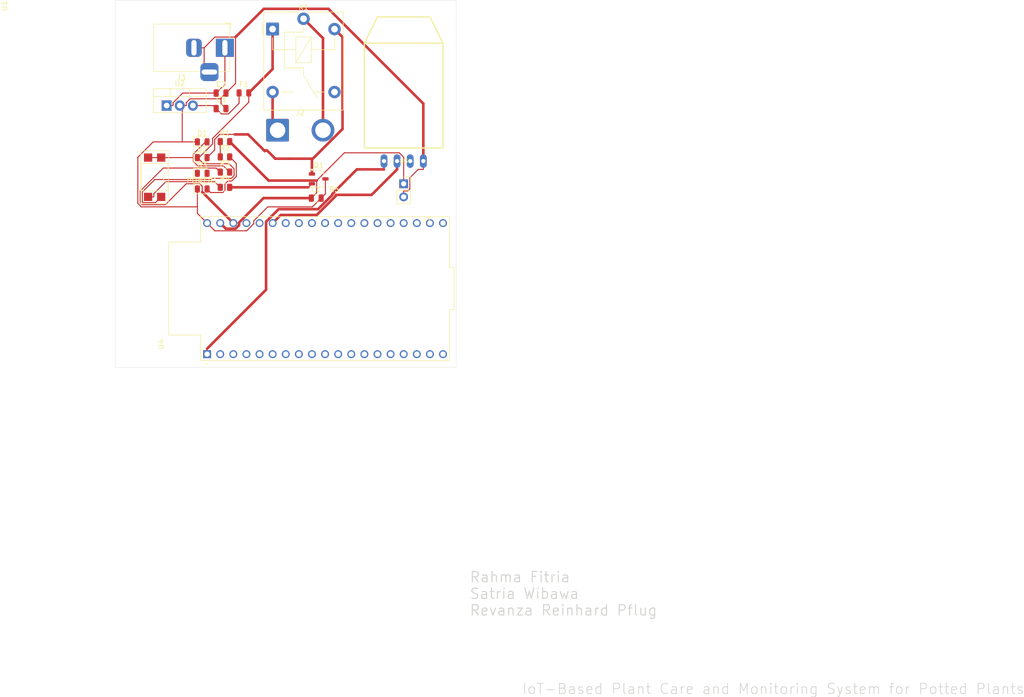
<source format=kicad_pcb>
(kicad_pcb (version 20240108) (generator "pcbnew") (generator_version "8.0")
  (layers (0 "F.Cu" signal) (31 "B.Cu" signal) (34 "B.Paste" user) (35 "F.Paste" user) (36 "B.SilkS" user "B.Silkscreen") (37 "F.SilkS" user "F.Silkscreen") (38 "B.Mask" user) (39 "F.Mask" user) (44 "Edge.Cuts" user))
  (net 0 "")
  (net 1 "Net-(J1-Pin_1)")
  (net 2 "GND")
  (net 3 "Net-(D1-A)")
  (net 4 "/5V")
  (net 5 "Net-(D2-A)")
  (net 8 "/NO")
  (net 9 "/COM")
  (net 11 "Net-(POWER1-A)")
  (net 12 "Net-(Q1-B)")
  (net 13 "/3.3V")
  (net 14 "Net-(R4-Pad1)")
  (net 15 "Net-(U4-IO22)")
  (net 16 "Net-(U4-IO21)")
  (net 51 "Net-(U2-VI)")
  (net 52 "Net-(U2-VO)")
  (footprint "LED_SMD:LED_0805_2012Metric" (layer "F.Cu") (at 126.0625 89.4)
    (property "Reference" "D3" (at 0 -1.65 0) (layer "F.SilkS"))
    (property "Value" "LED")
    (fp_line (start -1.685 -0.96) (end -1.685 0.96) (stroke (width 0.12)) (layer "F.SilkS"))
    (fp_line (start -1.685 0.96) (end 1 0.96) (stroke (width 0.12)) (layer "F.SilkS"))
    (fp_line (start 1 -0.96) (end -1.685 -0.96) (stroke (width 0.12)) (layer "F.SilkS"))
    (pad "1" smd roundrect (at -0.9375 0) (size 0.975 1.4) (layers "F.Cu" "F.Paste" "F.Mask"))
    (pad "2" smd roundrect (at 0.9375 0) (size 0.975 1.4) (layers "F.Cu" "F.Paste" "F.Mask"))
  )
  (footprint "LED_SMD:LED_0805_2012Metric" (layer "F.Cu") (at 126.0625 83.32)
    (property "Reference" "D1" (at 0 -1.65 0) (layer "F.SilkS"))
    (property "Value" "LED")
    (fp_line (start -1.685 -0.96) (end -1.685 0.96) (stroke (width 0.12)) (layer "F.SilkS"))
    (fp_line (start -1.685 0.96) (end 1 0.96) (stroke (width 0.12)) (layer "F.SilkS"))
    (fp_line (start 1 -0.96) (end -1.685 -0.96) (stroke (width 0.12)) (layer "F.SilkS"))
    (pad "1" smd roundrect (at -0.9375 0) (size 0.975 1.4) (layers "F.Cu" "F.Paste" "F.Mask") (net 2 "GND"))
    (pad "2" smd roundrect (at 0.9375 0) (size 0.975 1.4) (layers "F.Cu" "F.Paste" "F.Mask") (net 3 "Net-(D1-A)"))
  )
  (footprint "Kicad stuff:MODULE_ESP32-DEVKITC" (layer "F.Cu") (at 149.86 111.76 90)
    (property "Reference" "U4" (at -10.795 -31.75 -90) (layer "F.SilkS"))
    (property "Value" "ESP32-DEVKITC")
    (fp_line (start 9 -30.3) (end 9 -24.1) (stroke (width 0.127)) (layer "F.SilkS"))
    (fp_line (start -9 -30.3) (end 9 -30.3) (stroke (width 0.127)) (layer "F.SilkS"))
    (fp_line (start 13.95 -24.1) (end 9 -24.1) (stroke (width 0.127)) (layer "F.SilkS"))
    (fp_line (start -9 -24.1) (end -9 -30.3) (stroke (width 0.127)) (layer "F.SilkS"))
    (fp_line (start -9 -24.1) (end -13.95 -24.1) (stroke (width 0.127)) (layer "F.SilkS"))
    (fp_line (start -13.95 -24.1) (end -13.95 24.1) (stroke (width 0.127)) (layer "F.SilkS"))
    (fp_line (start 13.95 24.1) (end 13.95 -24.1) (stroke (width 0.127)) (layer "F.SilkS"))
    (fp_line (start 4.06 24.1) (end 13.95 24.1) (stroke (width 0.127)) (layer "F.SilkS"))
    (fp_line (start -4.07 24.1) (end -4.07 25) (stroke (width 0.127)) (layer "F.SilkS"))
    (fp_line (start -13.95 24.1) (end -4.07 24.1) (stroke (width 0.127)) (layer "F.SilkS"))
    (fp_line (start 4.06 25) (end 4.06 24.1) (stroke (width 0.127)) (layer "F.SilkS"))
    (fp_line (start -4.07 25) (end 4.06 25) (stroke (width 0.127)) (layer "F.SilkS"))
    (fp_circle (center -14.57 -22.97) (end -14.47 -22.97) (stroke (width 0.2)) (fill none) (layer "F.SilkS"))
    (pad "1" thru_hole rect (at -12.7 -22.85 90) (size 1.53 1.53) (drill 1.02) (layers "*.Cu" "*.Mask") (net 13 "/3.3V"))
    (pad "2" thru_hole circle (at -12.7 -20.31 90) (size 1.53 1.53) (drill 1.02) (layers "*.Cu" "*.Mask"))
    (pad "3" thru_hole circle (at -12.7 -17.77 90) (size 1.53 1.53) (drill 1.02) (layers "*.Cu" "*.Mask"))
    (pad "4" thru_hole circle (at -12.7 -15.23 90) (size 1.53 1.53) (drill 1.02) (layers "*.Cu" "*.Mask"))
    (pad "5" thru_hole circle (at -12.7 -12.69 90) (size 1.53 1.53) (drill 1.02) (layers "*.Cu" "*.Mask"))
    (pad "6" thru_hole circle (at -12.7 -10.15 90) (size 1.53 1.53) (drill 1.02) (layers "*.Cu" "*.Mask"))
    (pad "7" thru_hole circle (at -12.7 -7.61 90) (size 1.53 1.53) (drill 1.02) (layers "*.Cu" "*.Mask"))
    (pad "8" thru_hole circle (at -12.7 -5.07 90) (size 1.53 1.53) (drill 1.02) (layers "*.Cu" "*.Mask"))
    (pad "9" thru_hole circle (at -12.7 -2.53 90) (size 1.53 1.53) (drill 1.02) (layers "*.Cu" "*.Mask"))
    (pad "10" thru_hole circle (at -12.7 0.01 90) (size 1.53 1.53) (drill 1.02) (layers "*.Cu" "*.Mask"))
    (pad "11" thru_hole circle (at -12.7 2.55 90) (size 1.53 1.53) (drill 1.02) (layers "*.Cu" "*.Mask"))
    (pad "12" thru_hole circle (at -12.7 5.09 90) (size 1.53 1.53) (drill 1.02) (layers "*.Cu" "*.Mask"))
    (pad "13" thru_hole circle (at -12.7 7.63 90) (size 1.53 1.53) (drill 1.02) (layers "*.Cu" "*.Mask"))
    (pad "14" thru_hole circle (at -12.7 10.17 90) (size 1.53 1.53) (drill 1.02) (layers "*.Cu" "*.Mask"))
    (pad "15" thru_hole circle (at -12.7 12.71 90) (size 1.53 1.53) (drill 1.02) (layers "*.Cu" "*.Mask"))
    (pad "16" thru_hole circle (at -12.7 15.25 90) (size 1.53 1.53) (drill 1.02) (layers "*.Cu" "*.Mask"))
    (pad "17" thru_hole circle (at -12.7 17.79 90) (size 1.53 1.53) (drill 1.02) (layers "*.Cu" "*.Mask"))
    (pad "18" thru_hole circle (at -12.7 20.33 90) (size 1.53 1.53) (drill 1.02) (layers "*.Cu" "*.Mask"))
    (pad "19" thru_hole circle (at -12.7 22.87 90) (size 1.53 1.53) (drill 1.02) (layers "*.Cu" "*.Mask"))
    (pad "20" thru_hole circle (at 12.7 22.87 90) (size 1.53 1.53) (drill 1.02) (layers "*.Cu" "*.Mask"))
    (pad "21" thru_hole circle (at 12.7 20.33 90) (size 1.53 1.53) (drill 1.02) (layers "*.Cu" "*.Mask"))
    (pad "22" thru_hole circle (at 12.7 17.79 90) (size 1.53 1.53) (drill 1.02) (layers "*.Cu" "*.Mask"))
    (pad "23" thru_hole circle (at 12.7 15.25 90) (size 1.53 1.53) (drill 1.02) (layers "*.Cu" "*.Mask"))
    (pad "24" thru_hole circle (at 12.7 12.71 90) (size 1.53 1.53) (drill 1.02) (layers "*.Cu" "*.Mask"))
    (pad "25" thru_hole circle (at 12.7 10.17 90) (size 1.53 1.53) (drill 1.02) (layers "*.Cu" "*.Mask"))
    (pad "26" thru_hole circle (at 12.7 7.63 90) (size 1.53 1.53) (drill 1.02) (layers "*.Cu" "*.Mask"))
    (pad "27" thru_hole circle (at 12.7 5.09 90) (size 1.53 1.53) (drill 1.02) (layers "*.Cu" "*.Mask"))
    (pad "28" thru_hole circle (at 12.7 2.55 90) (size 1.53 1.53) (drill 1.02) (layers "*.Cu" "*.Mask"))
    (pad "29" thru_hole circle (at 12.7 0.01 90) (size 1.53 1.53) (drill 1.02) (layers "*.Cu" "*.Mask"))
    (pad "30" thru_hole circle (at 12.7 -2.53 90) (size 1.53 1.53) (drill 1.02) (layers "*.Cu" "*.Mask"))
    (pad "31" thru_hole circle (at 12.7 -5.07 90) (size 1.53 1.53) (drill 1.02) (layers "*.Cu" "*.Mask"))
    (pad "32" thru_hole circle (at 12.7 -7.61 90) (size 1.53 1.53) (drill 1.02) (layers "*.Cu" "*.Mask"))
    (pad "33" thru_hole circle (at 12.7 -10.15 90) (size 1.53 1.53) (drill 1.02) (layers "*.Cu" "*.Mask") (net 16 "Net-(U4-IO21)"))
    (pad "34" thru_hole circle (at 12.7 -12.69 90) (size 1.53 1.53) (drill 1.02) (layers "*.Cu" "*.Mask"))
    (pad "35" thru_hole circle (at 12.7 -15.23 90) (size 1.53 1.53) (drill 1.02) (layers "*.Cu" "*.Mask"))
    (pad "36" thru_hole circle (at 12.7 -17.77 90) (size 1.53 1.53) (drill 1.02) (layers "*.Cu" "*.Mask") (net 15 "Net-(U4-IO22)"))
    (pad "37" thru_hole circle (at 12.7 -20.31 90) (size 1.53 1.53) (drill 1.02) (layers "*.Cu" "*.Mask") (net 1 "Net-(J1-Pin_1)"))
    (pad "38" thru_hole circle (at 12.7 -22.85 90) (size 1.53 1.53) (drill 1.02) (layers "*.Cu" "*.Mask") (net 2 "GND"))
  )
  (footprint "Capacitor_SMD:C_0805_2012Metric" (layer "F.Cu") (at 129.71 73.8575)
    (property "Reference" "C2" (at 0 -1.68 0) (layer "F.SilkS"))
    (property "Value" "0.33uF")
    (fp_line (start -0.261252 -0.735) (end 0.261252 -0.735) (stroke (width 0.12)) (layer "F.SilkS"))
    (fp_line (start -0.261252 0.735) (end 0.261252 0.735) (stroke (width 0.12)) (layer "F.SilkS"))
    (pad "1" smd roundrect (at -0.95 0) (size 1 1.45) (layers "F.Cu" "F.Paste" "F.Mask") (net 51 "Net-(U2-VI)"))
    (pad "2" smd roundrect (at 0.95 0) (size 1 1.45) (layers "F.Cu" "F.Paste" "F.Mask") (net 2 "GND"))
  )
  (footprint "Package_TO_SOT_SMD:TSOT-23" (layer "F.Cu") (at 148.63 90.49)
    (property "Reference" "Q1" (at 0 -2.6 0) (layer "F.SilkS"))
    (property "Value" "NPN")
    (fp_line (start 0.945 0.69) (end 0.945 1.58) (stroke (width 0.12)) (layer "F.SilkS"))
    (fp_line (start 0.945 1.58) (end -0.905 1.58) (stroke (width 0.12)) (layer "F.SilkS"))
    (fp_line (start 0.96 -1.54) (end -0.89 -1.54) (stroke (width 0.12)) (layer "F.SilkS"))
    (fp_line (start 0.96 -1.54) (end 0.96 -0.65) (stroke (width 0.12)) (layer "F.SilkS"))
    (fp_poly (pts (xy -1.28 -1.55) (xy -1.52 -1.88) (xy -1.04 -1.88) (xy -1.28 -1.55)) (stroke (width 0.12)) (fill solid) (layer "F.SilkS"))
    (pad "1" smd roundrect (at -1.31 -0.95) (size 1.22 0.65) (layers "F.Cu" "F.Paste" "F.Mask") (net 5 "Net-(D2-A)"))
    (pad "2" smd roundrect (at -1.31 0.95) (size 1.22 0.65) (layers "F.Cu" "F.Paste" "F.Mask") (net 12 "Net-(Q1-B)"))
    (pad "3" smd roundrect (at 1.31 0) (size 1.22 0.65) (layers "F.Cu" "F.Paste" "F.Mask") (net 2 "GND"))
  )
  (footprint "Resistor_SMD:R_0805_2012Metric" (layer "F.Cu") (at 130.4725 89.175)
    (property "Reference" "R3" (at 0 -1.65 0) (layer "F.SilkS"))
    (property "Value" "330")
    (fp_line (start -0.227064 -0.735) (end 0.227064 -0.735) (stroke (width 0.12)) (layer "F.SilkS"))
    (fp_line (start -0.227064 0.735) (end 0.227064 0.735) (stroke (width 0.12)) (layer "F.SilkS"))
    (pad "1" smd roundrect (at -0.9125 0) (size 1.025 1.4) (layers "F.Cu" "F.Paste" "F.Mask") (roundrect_rratio 0.243902) (net 15 "Net-(U4-IO22)"))
    (pad "2" smd roundrect (at 0.9125 0) (size 1.025 1.4) (layers "F.Cu" "F.Paste" "F.Mask") (roundrect_rratio 0.243902) (net 3 "Net-(D1-A)"))
  )
  (footprint "Diode_SMD:D_0805_2012Metric" (layer "F.Cu") (at 126.0625 86.36)
    (property "Reference" "D2" (at 0 -1.65 0) (layer "F.SilkS"))
    (property "Value" "1N4007")
    (fp_line (start -1.685 -0.96) (end -1.685 0.96) (stroke (width 0.12)) (layer "F.SilkS"))
    (fp_line (start -1.685 0.96) (end 1 0.96) (stroke (width 0.12)) (layer "F.SilkS"))
    (fp_line (start 1 -0.96) (end -1.685 -0.96) (stroke (width 0.12)) (layer "F.SilkS"))
    (pad "1" smd roundrect (at -0.9375 0) (size 0.975 1.4) (layers "F.Cu" "F.Paste" "F.Mask") (net 4 "/5V"))
    (pad "2" smd roundrect (at 0.9375 0) (size 0.975 1.4) (layers "F.Cu" "F.Paste" "F.Mask") (net 5 "Net-(D2-A)"))
  )
  (footprint "Resistor_SMD:R_0805_2012Metric" (layer "F.Cu") (at 130.4725 83.275)
    (property "Reference" "R1" (at 0 -1.65 0) (layer "F.SilkS"))
    (property "Value" "10k")
    (fp_line (start -0.227064 -0.735) (end 0.227064 -0.735) (stroke (width 0.12)) (layer "F.SilkS"))
    (fp_line (start -0.227064 0.735) (end 0.227064 0.735) (stroke (width 0.12)) (layer "F.SilkS"))
    (pad "1" smd roundrect (at -0.9125 0) (size 1.025 1.4) (layers "F.Cu" "F.Paste" "F.Mask") (roundrect_rratio 0.243902) (net 13 "/3.3V"))
    (pad "2" smd roundrect (at 0.9125 0) (size 1.025 1.4) (layers "F.Cu" "F.Paste" "F.Mask") (roundrect_rratio 0.243902) (net 1 "Net-(J1-Pin_1)"))
  )
  (footprint "Fuse:Fuse_0805_2012Metric" (layer "F.Cu") (at 134.14 73.8275)
    (property "Reference" "F1" (at 0 -1.65 0) (layer "F.SilkS"))
    (property "Value" "Fuse")
    (fp_line (start -0.258578 -0.71) (end 0.258578 -0.71) (stroke (width 0.12)) (layer "F.SilkS"))
    (fp_line (start -0.258578 0.71) (end 0.258578 0.71) (stroke (width 0.12)) (layer "F.SilkS"))
    (pad "1" smd roundrect (at -0.9375 0) (size 0.975 1.4) (layers "F.Cu" "F.Paste" "F.Mask") (net 52 "Net-(U2-VO)"))
    (pad "2" smd roundrect (at 0.9375 0) (size 0.975 1.4) (layers "F.Cu" "F.Paste" "F.Mask") (net 4 "/5V"))
  )
  (footprint "LED_SMD:LED_0805_2012Metric" (layer "F.Cu") (at 126.0625 92.44)
    (property "Reference" "POWER1" (at 0 -1.65 0) (layer "F.SilkS"))
    (property "Value" "LED")
    (fp_line (start -1.685 -0.96) (end -1.685 0.96) (stroke (width 0.12)) (layer "F.SilkS"))
    (fp_line (start -1.685 0.96) (end 1 0.96) (stroke (width 0.12)) (layer "F.SilkS"))
    (fp_line (start 1 -0.96) (end -1.685 -0.96) (stroke (width 0.12)) (layer "F.SilkS"))
    (pad "1" smd roundrect (at -0.9375 0) (size 0.975 1.4) (layers "F.Cu" "F.Paste" "F.Mask") (net 2 "GND"))
    (pad "2" smd roundrect (at 0.9375 0) (size 0.975 1.4) (layers "F.Cu" "F.Paste" "F.Mask") (net 11 "Net-(POWER1-A)"))
  )
  (footprint "Resistor_SMD:R_0805_2012Metric" (layer "F.Cu") (at 130.4725 86.225)
    (property "Reference" "R2" (at 0 -1.65 0) (layer "F.SilkS"))
    (property "Value" "220")
    (fp_line (start -0.227064 -0.735) (end 0.227064 -0.735) (stroke (width 0.12)) (layer "F.SilkS"))
    (fp_line (start -0.227064 0.735) (end 0.227064 0.735) (stroke (width 0.12)) (layer "F.SilkS"))
    (pad "1" smd roundrect (at -0.9125 0) (size 1.025 1.4) (layers "F.Cu" "F.Paste" "F.Mask") (roundrect_rratio 0.243902) (net 13 "/3.3V"))
    (pad "2" smd roundrect (at 0.9125 0) (size 1.025 1.4) (layers "F.Cu" "F.Paste" "F.Mask") (roundrect_rratio 0.243902) (net 11 "Net-(POWER1-A)"))
  )
  (footprint "Connector_PinSocket_2.54mm:PinSocket_1x02_P2.54mm_Vertical" (layer "F.Cu") (at 165.1 91.44)
    (property "Reference" "J1" (at 4.635 6.995 0) (layer "F.SilkS"))
    (property "Value" "Conn_01x02_Pin")
    (fp_line (start -1.33 1.27) (end -1.33 3.87) (stroke (width 0.12)) (layer "F.SilkS"))
    (fp_line (start -1.33 1.27) (end 1.33 1.27) (stroke (width 0.12)) (layer "F.SilkS"))
    (fp_line (start -1.33 3.87) (end 1.33 3.87) (stroke (width 0.12)) (layer "F.SilkS"))
    (fp_line (start 0 -1.33) (end 1.33 -1.33) (stroke (width 0.12)) (layer "F.SilkS"))
    (fp_line (start 1.33 -1.33) (end 1.33 0) (stroke (width 0.12)) (layer "F.SilkS"))
    (fp_line (start 1.33 1.27) (end 1.33 3.87) (stroke (width 0.12)) (layer "F.SilkS"))
    (pad "1" thru_hole rect (at 0 0) (size 1.7 1.7) (drill 1) (layers "*.Cu" "*.Mask") (net 1 "Net-(J1-Pin_1)"))
    (pad "2" thru_hole oval (at 0 2.54) (size 1.7 1.7) (drill 1) (layers "*.Cu" "*.Mask") (net 2 "GND"))
  )
  (footprint "Package_DIP:DIP-4_W7.62mm_SMDSocket_SmallPads" (layer "F.Cu") (at 116.84 90.17 -90)
    (property "Reference" "U1" (at -33.2225 29.12 90) (layer "F.SilkS"))
    (property "Value" "PC817")
    (fp_line (start -5.14 2.66) (end 5.14 2.66) (stroke (width 0.12)) (layer "F.SilkS"))
    (fp_line (start 5.14 2.66) (end 5.14 -2.66) (stroke (width 0.12)) (layer "F.SilkS"))
    (fp_line (start -2.65 2.6) (end 2.65 2.6) (stroke (width 0.12)) (layer "F.SilkS"))
    (fp_line (start 2.65 2.6) (end 2.65 -2.6) (stroke (width 0.12)) (layer "F.SilkS"))
    (fp_line (start -2.65 -2.6) (end -2.65 2.6) (stroke (width 0.12)) (layer "F.SilkS"))
    (fp_line (start -1 -2.6) (end -2.65 -2.6) (stroke (width 0.12)) (layer "F.SilkS"))
    (fp_line (start 2.65 -2.6) (end 1 -2.6) (stroke (width 0.12)) (layer "F.SilkS"))
    (fp_line (start -5.14 -2.66) (end -5.14 2.66) (stroke (width 0.12)) (layer "F.SilkS"))
    (fp_line (start 5.14 -2.66) (end -5.14 -2.66) (stroke (width 0.12)) (layer "F.SilkS"))
    (fp_arc (start 1 -2.6) (mid 0 -1.6) (end -1 -2.6) (stroke (width 0.12)) (layer "F.SilkS"))
    (pad "1" smd rect (at -3.81 -1.27 270) (size 1.6 1.6) (layers "F.Cu" "F.Paste" "F.Mask") (net 3 "Net-(D1-A)"))
    (pad "2" smd rect (at -3.81 1.27 270) (size 1.6 1.6) (layers "F.Cu" "F.Paste" "F.Mask") (net 3 "Net-(D1-A)"))
    (pad "3" smd rect (at 3.81 1.27 270) (size 1.6 1.6) (layers "F.Cu" "F.Paste" "F.Mask") (net 14 "Net-(R4-Pad1)"))
    (pad "4" smd rect (at 3.81 -1.27 270) (size 1.6 1.6) (layers "F.Cu" "F.Paste" "F.Mask") (net 4 "/5V"))
  )
  (footprint "Resistor_SMD:R_0201_0603Metric" (layer "F.Cu") (at 151.61 93.585)
    (property "Reference" "R5" (at 0 -1.05 0) (layer "F.SilkS"))
    (property "Value" "5.1k")
    (pad "1" smd roundrect (at -0.32 0) (size 0.46 0.4) (layers "F.Cu" "F.Mask") (net 13 "/3.3V"))
    (pad "2" smd roundrect (at 0.32 0) (size 0.46 0.4) (layers "F.Cu" "F.Mask") (net 16 "Net-(U4-IO21)"))
  )
  (footprint "Capacitor_SMD:C_0805_2012Metric" (layer "F.Cu") (at 148.16 94.215)
    (property "Reference" "C1" (at 0 -1.68 0) (layer "F.SilkS"))
    (property "Value" "0.1uF")
    (fp_line (start -0.261252 -0.735) (end 0.261252 -0.735) (stroke (width 0.12)) (layer "F.SilkS"))
    (fp_line (start -0.261252 0.735) (end 0.261252 0.735) (stroke (width 0.12)) (layer "F.SilkS"))
    (pad "1" smd roundrect (at -0.95 0) (size 1 1.45) (layers "F.Cu" "F.Paste" "F.Mask") (net 1 "Net-(J1-Pin_1)"))
    (pad "2" smd roundrect (at 0.95 0) (size 1 1.45) (layers "F.Cu" "F.Paste" "F.Mask") (net 2 "GND"))
  )
  (footprint "Package_TO_SOT_THT:TO-220-3_Vertical" (layer "F.Cu") (at 119.17 76.2775)
    (property "Reference" "U2" (at 2.54 -4.27 0) (layer "F.SilkS"))
    (property "Value" "LM7805_TO220")
    (fp_line (start -2.58 -3.27) (end -2.58 1.371) (stroke (width 0.12)) (layer "F.SilkS"))
    (fp_line (start -2.58 -3.27) (end 7.66 -3.27) (stroke (width 0.12)) (layer "F.SilkS"))
    (fp_line (start -2.58 -1.76) (end 7.66 -1.76) (stroke (width 0.12)) (layer "F.SilkS"))
    (fp_line (start -2.58 1.371) (end 7.66 1.371) (stroke (width 0.12)) (layer "F.SilkS"))
    (fp_line (start 0.69 -3.27) (end 0.69 -1.76) (stroke (width 0.12)) (layer "F.SilkS"))
    (fp_line (start 4.391 -3.27) (end 4.391 -1.76) (stroke (width 0.12)) (layer "F.SilkS"))
    (fp_line (start 7.66 -3.27) (end 7.66 1.371) (stroke (width 0.12)) (layer "F.SilkS"))
    (pad "1" thru_hole rect (at 0 0) (size 1.905 2) (drill 1.1) (layers "*.Cu" "*.Mask") (net 51 "Net-(U2-VI)"))
    (pad "2" thru_hole oval (at 2.54 0) (size 1.905 2) (drill 1.1) (layers "*.Cu" "*.Mask") (net 2 "GND"))
    (pad "3" thru_hole oval (at 5.08 0) (size 1.905 2) (drill 1.1) (layers "*.Cu" "*.Mask") (net 52 "Net-(U2-VO)"))
  )
  (footprint "Connector_BarrelJack:BarrelJack_Horizontal" (layer "F.Cu") (at 130.46 65.0825)
    (property "Reference" "J3" (at -8.45 5.75 0) (layer "F.SilkS"))
    (property "Value" "Barrel_Jack_Switch")
    (fp_line (start -13.8 -4.6) (end 0.9 -4.6) (stroke (width 0.12)) (layer "F.SilkS"))
    (fp_line (start -13.8 4.6) (end -13.8 -4.6) (stroke (width 0.12)) (layer "F.SilkS"))
    (fp_line (start -5 4.6) (end -13.8 4.6) (stroke (width 0.12)) (layer "F.SilkS"))
    (fp_line (start 0.05 -4.8) (end 1.1 -4.8) (stroke (width 0.12)) (layer "F.SilkS"))
    (fp_line (start 0.9 -4.6) (end 0.9 -2) (stroke (width 0.12)) (layer "F.SilkS"))
    (fp_line (start 0.9 1.9) (end 0.9 4.6) (stroke (width 0.12)) (layer "F.SilkS"))
    (fp_line (start 0.9 4.6) (end -1 4.6) (stroke (width 0.12)) (layer "F.SilkS"))
    (fp_line (start 1.1 -3.75) (end 1.1 -4.8) (stroke (width 0.12)) (layer "F.SilkS"))
    (pad "1" thru_hole rect (at 0 0) (size 3.5 3.5) (drill oval 1 3) (layers "*.Cu" "*.Mask") (net 51 "Net-(U2-VI)"))
    (pad "2" thru_hole roundrect (at -6 0) (size 3 3.5) (drill oval 1 3) (layers "*.Cu" "*.Mask") (net 2 "GND"))
    (pad "3" thru_hole roundrect (at -3 4.7) (size 3.5 3.5) (drill oval 3 1) (layers "*.Cu" "*.Mask") (net 2 "GND"))
  )
  (footprint "Relay_THT:Relay_SPDT_Finder_36.11" (layer "F.Cu") (at 139.7 61.46)
    (property "Reference" "K1" (at 6 -4.2 0) (layer "F.SilkS"))
    (property "Value" "Relay_SPDT")
    (fp_line (start -1.95 -1.15) (end -1.95 1.15) (stroke (width 0.12)) (layer "F.SilkS"))
    (fp_line (start -1.71 15.7) (end -1.71 -3.31) (stroke (width 0.12)) (layer "F.SilkS"))
    (fp_line (start 0 1.7) (end 0 4) (stroke (width 0.12)) (layer "F.SilkS"))
    (fp_line (start 1.7 12.2) (end 4 12.2) (stroke (width 0.12)) (layer "F.SilkS"))
    (fp_line (start 2.3 7.5) (end 2.3 0.6) (stroke (width 0.12)) (layer "F.SilkS"))
    (fp_line (start 4.5 1.5) (end 7.5 1.5) (stroke (width 0.12)) (layer "F.SilkS"))
    (fp_line (start 4.5 4) (end 0 4) (stroke (width 0.12)) (layer "F.SilkS"))
    (fp_line (start 4.5 6.5) (end 4.5 1.5) (stroke (width 0.12)) (layer "F.SilkS"))
    (fp_line (start 4.5 6.5) (end 7.5 1.5) (stroke (width 0.12)) (layer "F.SilkS"))
    (fp_line (start 4.8 -3.31) (end -1.71 -3.31) (stroke (width 0.12)) (layer "F.SilkS"))
    (fp_line (start 6 0.6) (end 2.3 0.6) (stroke (width 0.12)) (layer "F.SilkS"))
    (fp_line (start 6 0.6) (end 6 -0.3) (stroke (width 0.12)) (layer "F.SilkS"))
    (fp_line (start 6 7.5) (end 2.3 7.5) (stroke (width 0.12)) (layer "F.SilkS"))
    (fp_line (start 6 7.5) (end 6 9) (stroke (width 0.12)) (layer "F.SilkS"))
    (fp_line (start 6 9) (end 8.7 13.5) (stroke (width 0.12)) (layer "F.SilkS"))
    (fp_line (start 7.5 1.5) (end 7.5 6.5) (stroke (width 0.12)) (layer "F.SilkS"))
    (fp_line (start 7.5 6.5) (end 4.5 6.5) (stroke (width 0.12)) (layer "F.SilkS"))
    (fp_line (start 10.3 12.2) (end 8 12.2) (stroke (width 0.12)) (layer "F.SilkS"))
    (fp_line (start 12 4) (end 7.5 4) (stroke (width 0.12)) (layer "F.SilkS"))
    (fp_line (start 12 4) (end 12 1.7) (stroke (width 0.12)) (layer "F.SilkS"))
    (fp_line (start 13.71 -3.31) (end 7.2 -3.31) (stroke (width 0.12)) (layer "F.SilkS"))
    (fp_line (start 13.71 -3.31) (end 13.71 15.71) (stroke (width 0.12)) (layer "F.SilkS"))
    (fp_line (start 13.71 15.71) (end -1.71 15.71) (stroke (width 0.12)) (layer "F.SilkS"))
    (pad "11" thru_hole circle (at 6 -2) (size 2.4 2.4) (drill 1.3) (layers "*.Cu" "*.Mask") (net 9 "/COM") (clearance 0.2))
    (pad "12" thru_hole circle (at 12 12.2) (size 2.4 2.4) (drill 1.3) (layers "*.Cu" "*.Mask"))
    (pad "14" thru_hole circle (at 0 12.2) (size 2.4 2.4) (drill 1.3) (layers "*.Cu" "*.Mask") (net 8 "/NO"))
    (pad "A1" thru_hole roundrect (at 0 0) (size 2.5 2.5) (drill 1.3) (layers "*.Cu" "*.Mask") (roundrect_rratio 0.1) (net 4 "/5V"))
    (pad "A2" thru_hole circle (at 12 0) (size 2.4 2.4) (drill 1.3) (layers "*.Cu" "*.Mask") (net 5 "Net-(D2-A)"))
  )
  (footprint "Resistor_SMD:R_0805_2012Metric" (layer "F.Cu") (at 130.4725 92.125)
    (property "Reference" "R4" (at 0 -1.65 0) (layer "F.SilkS"))
    (property "Value" "1k")
    (fp_line (start -0.227064 -0.735) (end 0.227064 -0.735) (stroke (width 0.12)) (layer "F.SilkS"))
    (fp_line (start -0.227064 0.735) (end 0.227064 0.735) (stroke (width 0.12)) (layer "F.SilkS"))
    (pad "1" smd roundrect (at -0.9125 0) (size 1.025 1.4) (layers "F.Cu" "F.Paste" "F.Mask") (roundrect_rratio 0.243902) (net 14 "Net-(R4-Pad1)"))
    (pad "2" smd roundrect (at 0.9125 0) (size 1.025 1.4) (layers "F.Cu" "F.Paste" "F.Mask") (roundrect_rratio 0.243902) (net 12 "Net-(Q1-B)"))
  )
  (footprint "Capacitor_SMD:C_0805_2012Metric" (layer "F.Cu") (at 129.71 76.8675)
    (property "Reference" "C3" (at 0 -1.68 0) (layer "F.SilkS"))
    (property "Value" "0.33uF")
    (fp_line (start -0.261252 -0.735) (end 0.261252 -0.735) (stroke (width 0.12)) (layer "F.SilkS"))
    (fp_line (start -0.261252 0.735) (end 0.261252 0.735) (stroke (width 0.12)) (layer "F.SilkS"))
    (pad "1" smd roundrect (at -0.95 0) (size 1 1.45) (layers "F.Cu" "F.Paste" "F.Mask") (net 52 "Net-(U2-VO)"))
    (pad "2" smd roundrect (at 0.95 0) (size 1 1.45) (layers "F.Cu" "F.Paste" "F.Mask") (net 2 "GND"))
  )
  (footprint "Connector_Wire:SolderWire-2.5sqmm_1x02_P8.8mm_D2.4mm_OD4.4mm" (layer "F.Cu") (at 140.665 81.06)
    (property "Reference" "J2" (at 4.4 -3.4 0) (layer "F.SilkS"))
    (property "Value" "Conn_01x02_Socket")
    (pad "1" thru_hole roundrect (at 0 0) (size 4.4 4.4) (drill 3) (layers "*.Cu" "*.Mask") (roundrect_rratio 0.056818) (net 8 "/NO"))
    (pad "2" thru_hole circle (at 8.8 0) (size 4.4 4.4) (drill 3) (layers "*.Cu" "*.Mask") (net 9 "/COM"))
  )
  (footprint "Kicad stuff:DHT22" (layer "F.Cu") (at 165.1 87.0395)
    (property "Reference" "U3" (at 0 0 0) (layer "F.SilkS") (effects (font (size 0.787402 0.787402))))
    (property "Value" "DHT22")
    (fp_line (start -7.62 -22.86) (end -5.08 -27.94) (stroke (width 0.254)) (layer "F.SilkS"))
    (fp_line (start -7.62 -22.86) (end 7.62 -22.86) (stroke (width 0.254)) (layer "F.SilkS"))
    (fp_line (start -7.62 -2.54) (end -7.62 -22.86) (stroke (width 0.254)) (layer "F.SilkS"))
    (fp_line (start -5.08 -27.94) (end 5.08 -27.94) (stroke (width 0.254)) (layer "F.SilkS"))
    (fp_line (start 0 -2.54) (end -7.62 -2.54) (stroke (width 0.254)) (layer "F.SilkS"))
    (fp_line (start 5.08 -27.94) (end 7.62 -22.86) (stroke (width 0.254)) (layer "F.SilkS"))
    (fp_line (start 7.62 -2.54) (end 0 -2.54) (stroke (width 0.254)) (layer "F.SilkS"))
    (fp_line (start 7.62 -2.54) (end 7.62 -22.86) (stroke (width 0.254)) (layer "F.SilkS"))
    (pad "" np_thru_hole circle (at 0 -24.765) (size 3 3) (drill 3) (layers "*.Cu" "*.Mask"))
    (pad "DATA" thru_hole oval (at -1.27 0) (size 1.308 2.616) (drill 0.8) (layers "*.Cu" "*.Mask") (net 16 "Net-(U4-IO21)"))
    (pad "GND" thru_hole oval (at 3.81 0) (size 1.308 2.616) (drill 0.8) (layers "*.Cu" "*.Mask") (net 2 "GND"))
    (pad "NC" thru_hole oval (at 1.27 0) (size 1.308 2.616) (drill 0.8) (layers "*.Cu" "*.Mask"))
    (pad "VDD" thru_hole oval (at -3.81 0) (size 1.308 2.616) (drill 0.8) (layers "*.Cu" "*.Mask") (net 13 "/3.3V"))
  )
  (gr_rect (start 109.22 55.88) (end 175.26 127) (stroke (width 0.05)) (fill none) (layer "Edge.Cuts"))
  (gr_text "IoT-Based Plant Care and Monitoring System for Potted Plants\n" (at 187.96 190.5 0) (layer "Edge.Cuts") (effects (font (size 2 2)) (justify left bottom)))
  (gr_text "Rahma Fitria \nSatria Wibawa\nRevanza Reinhard Pflug\n" (at 177.8 175.26 0) (layer "Edge.Cuts") (effects (font (size 2 2) (thickness 0.2) (bold yes)) (justify left bottom)))
  (segment (start 130.6393 100.1493) (end 129.55 99.06) (width 0.5) (layer "F.Cu") (net 1))
  (segment (start 131.385 83.275) (end 138.9225 90.8125) (width 0.5) (layer "F.Cu") (net 1))
  (segment (start 137.9387 94.215) (end 133.1992 98.9545) (width 0.5) (layer "F.Cu") (net 1))
  (segment (start 165.1 86.2837) (end 164.2461 85.4298) (width 0.2) (layer "F.Cu") (net 1))
  (segment (start 147.21 94.215) (end 137.9387 94.215) (width 0.5) (layer "F.Cu") (net 1))
  (segment (start 133.1992 98.9545) (end 133.1992 99.4658) (width 0.5) (layer "F.Cu") (net 1))
  (segment (start 164.2461 85.4298) (end 153.6202 85.4298) (width 0.2) (layer "F.Cu") (net 1))
  (segment (start 165.1 91.44) (end 165.1 86.2837) (width 0.2) (layer "F.Cu") (net 1))
  (segment (start 148.2372 93.1878) (end 147.21 94.215) (width 0.2) (layer "F.Cu") (net 1))
  (segment (start 148.2369 90.8125) (end 148.2372 90.8128) (width 0.2) (layer "F.Cu") (net 1))
  (segment (start 132.5157 100.1493) (end 130.6393 100.1493) (width 0.5) (layer "F.Cu") (net 1))
  (segment (start 148.2372 90.8128) (end 148.2372 93.1878) (width 0.2) (layer "F.Cu") (net 1))
  (segment (start 153.6202 85.4298) (end 148.2372 90.8128) (width 0.2) (layer "F.Cu") (net 1))
  (segment (start 133.1992 99.4658) (end 132.5157 100.1493) (width 0.5) (layer "F.Cu") (net 1))
  (segment (start 138.9225 90.8125) (end 148.2369 90.8125) (width 0.5) (layer "F.Cu") (net 1))
  (segment (start 125.125 97.175) (end 127.01 99.06) (width 0.2) (layer "F.Cu") (net 2))
  (segment (start 166.2889 90.2843) (end 167.924 88.6492) (width 0.2) (layer "F.Cu") (net 2))
  (segment (start 126.4361 65.0825) (end 124.46 65.0825) (width 0.2) (layer "F.Cu") (net 2))
  (segment (start 129.7164 74.9692) (end 123.7197 74.9692) (width 0.2) (layer "F.Cu") (net 2))
  (segment (start 113.5817 86.299) (end 113.5817 95.2475) (width 0.2) (layer "F.Cu") (net 2))
  (segment (start 150.5394 57.5388) (end 137.993 57.5388) (width 0.5) (layer "F.Cu") (net 2))
  (segment (start 128.501 100.551) (end 127.01 99.06) (width 0.2) (layer "F.Cu") (net 2))
  (segment (start 137.993 57.5388) (end 132.5238 63.008) (width 0.5) (layer "F.Cu") (net 2))
  (segment (start 122.194 83.32) (end 116.5607 83.32) (width 0.2) (layer "F.Cu") (net 2))
  (segment (start 129.7164 74.9692) (end 129.7164 75.9239) (width 0.2) (layer "F.Cu") (net 2))
  (segment (start 165.1 93.9327) (end 165.1 93.98) (width 0.2) (layer "F.Cu") (net 2))
  (segment (start 149.11 94.215) (end 149.94 93.385) (width 0.2) (layer "F.Cu") (net 2))
  (segment (start 166.2889 92.4539) (end 166.2889 90.2843) (width 0.2) (layer "F.Cu") (net 2))
  (segment (start 167.924 88.6492) (end 168.91 88.6492) (width 0.2) (layer "F.Cu") (net 2))
  (segment (start 114.2361 95.9019) (end 125.125 95.9019) (width 0.2) (layer "F.Cu") (net 2))
  (segment (start 122.3371 76.2775) (end 122.194 76.2775) (width 0.2) (layer "F.Cu") (net 2))
  (segment (start 128.5106 63.008) (end 126.4361 65.0825) (width 0.2) (layer "F.Cu") (net 2))
  (segment (start 126.4361 65.0825) (end 126.4361 68.7586) (width 0.2) (layer "F.Cu") (net 2))
  (segment (start 168.91 85.4298) (end 168.91 75.9094) (width 0.5) (layer "F.Cu") (net 2))
  (segment (start 149.11 94.215) (end 147.4133 95.9117) (width 0.2) (layer "F.Cu") (net 2))
  (segment (start 126.4361 68.7586) (end 127.46 69.7825) (width 0.2) (layer "F.Cu") (net 2))
  (segment (start 130.66 73.8575) (end 129.7164 74.8011) (width 0.2) (layer "F.Cu") (net 2))
  (segment (start 134.6767 100.551) (end 128.501 100.551) (width 0.2) (layer "F.Cu") (net 2))
  (segment (start 129.7164 75.9239) (end 130.66 76.8675) (width 0.2) (layer "F.Cu") (net 2))
  (segment (start 165.1 92.8283) (end 165.9145 92.8283) (width 0.2) (layer "F.Cu") (net 2))
  (segment (start 136.0417 99.186) (end 134.6767 100.551) (width 0.2) (layer "F.Cu") (net 2))
  (segment (start 165.9145 92.8283) (end 166.2889 92.4539) (width 0.2) (layer "F.Cu") (net 2))
  (segment (start 122.9642 75.7247) (end 122.9642 76.2775) (width 0.2) (layer "F.Cu") (net 2))
  (segment (start 122.3371 76.2775) (end 122.9642 76.2775) (width 0.2) (layer "F.Cu") (net 2))
  (segment (start 168.91 87.0395) (end 168.91 88.6492) (width 0.2) (layer "F.Cu") (net 2))
  (segment (start 132.5238 63.008) (end 128.5106 63.008) (width 0.2) (layer "F.Cu") (net 2))
  (segment (start 125.125 83.32) (end 122.194 83.32) (width 0.2) (layer "F.Cu") (net 2))
  (segment (start 138.7674 95.9117) (end 136.0417 98.6374) (width 0.2) (layer "F.Cu") (net 2))
  (segment (start 147.4133 95.9117) (end 138.7674 95.9117) (width 0.2) (layer "F.Cu") (net 2))
  (segment (start 123.7197 74.9692) (end 122.9642 75.7247) (width 0.2) (layer "F.Cu") (net 2))
  (segment (start 125.125 92.44) (end 125.125 95.9019) (width 0.2) (layer "F.Cu") (net 2))
  (segment (start 121.71 76.2775) (end 122.194 76.2775) (width 0.2) (layer "F.Cu") (net 2))
  (segment (start 136.0417 98.6374) (end 136.0417 99.186) (width 0.2) (layer "F.Cu") (net 2))
  (segment (start 116.5607 83.32) (end 113.5817 86.299) (width 0.2) (layer "F.Cu") (net 2))
  (segment (start 165.1 93.9327) (end 165.1 92.8283) (width 0.2) (layer "F.Cu") (net 2))
  (segment (start 113.5817 95.2475) (end 114.2361 95.9019) (width 0.2) (layer "F.Cu") (net 2))
  (segment (start 168.91 75.9094) (end 150.5394 57.5388) (width 0.5) (layer "F.Cu") (net 2))
  (segment (start 129.7164 74.8011) (end 129.7164 74.9692) (width 0.2) (layer "F.Cu") (net 2))
  (segment (start 132.5238 63.008) (end 132.5238 71.9937) (width 0.2) (layer "F.Cu") (net 2))
  (segment (start 125.125 95.9019) (end 125.125 97.175) (width 0.2) (layer "F.Cu") (net 2))
  (segment (start 149.94 93.385) (end 149.94 90.49) (width 0.2) (layer "F.Cu") (net 2))
  (segment (start 168.91 87.0395) (end 168.91 85.4298) (width 0.5) (layer "F.Cu") (net 2))
  (segment (start 132.5238 71.9937) (end 130.66 73.8575) (width 0.2) (layer "F.Cu") (net 2))
  (segment (start 122.194 76.2775) (end 122.194 83.32) (width 0.2) (layer "F.Cu") (net 2))
  (segment (start 130.1836 87.9736) (end 125.1982 87.9736) (width 0.2) (layer "F.Cu") (net 3))
  (segment (start 119.2117 86.36) (end 124.3349 86.36) (width 0.2) (layer "F.Cu") (net 3))
  (segment (start 124.3349 85.6712) (end 126.6861 83.32) (width 0.2) (layer "F.Cu") (net 3))
  (segment (start 131.385 89.175) (end 130.1836 87.9736) (width 0.2) (layer "F.Cu") (net 3))
  (segment (start 115.57 86.36) (end 118.11 86.36) (width 0.2) (layer "F.Cu") (net 3))
  (segment (start 118.11 86.36) (end 119.2117 86.36) (width 0.2) (layer "F.Cu") (net 3))
  (segment (start 124.3349 86.36) (end 124.3349 85.6712) (width 0.2) (layer "F.Cu") (net 3))
  (segment (start 126.6861 83.32) (end 127 83.32) (width 0.2) (layer "F.Cu") (net 3))
  (segment (start 124.3349 87.1103) (end 124.3349 86.36) (width 0.2) (layer "F.Cu") (net 3))
  (segment (start 125.1982 87.9736) (end 124.3349 87.1103) (width 0.2) (layer "F.Cu") (net 3))
  (segment (start 135.0775 73.8275) (end 135.0775 75.6437) (width 0.2) (layer "F.Cu") (net 4))
  (segment (start 132.2333 88.5293) (end 131.2627 87.5587) (width 0.2) (layer "F.Cu") (net 4))
  (segment (start 128.0666 82.6546) (end 128.0666 83.7262) (width 0.2) (layer "F.Cu") (net 4))
  (segment (start 135.0775 75.6437) (end 128.0666 82.6546) (width 0.2) (layer "F.Cu") (net 4))
  (segment (start 139.7 61.46) (end 139.7 69.205) (width 0.5) (layer "F.Cu") (net 4))
  (segment (start 118.11 93.98) (end 117.0036 95.0864) (width 0.2) (layer "F.Cu") (net 4))
  (segment (start 128.0666 83.7262) (end 125.4328 86.36) (width 0.2) (layer "F.Cu") (net 4))
  (segment (start 117.0036 95.0864) (end 114.5894 95.0864) (width 0.2) (layer "F.Cu") (net 4))
  (segment (start 128.0545 90.3863) (end 131.7291 90.3863) (width 0.2) (layer "F.Cu") (net 4))
  (segment (start 132.2333 89.8821) (end 132.2333 88.5293) (width 0.2) (layer "F.Cu") (net 4))
  (segment (start 127.8198 90.621) (end 128.0545 90.3863) (width 0.2) (layer "F.Cu") (net 4))
  (segment (start 114.5894 95.0864) (end 114.4639 94.9609) (width 0.2) (layer "F.Cu") (net 4))
  (segment (start 126.3237 87.5587) (end 125.125 86.36) (width 0.2) (layer "F.Cu") (net 4))
  (segment (start 139.7 69.205) (end 135.0775 73.8275) (width 0.5) (layer "F.Cu") (net 4))
  (segment (start 114.4639 93.0355) (end 116.8784 90.621) (width 0.2) (layer "F.Cu") (net 4))
  (segment (start 116.8784 90.621) (end 127.8198 90.621) (width 0.2) (layer "F.Cu") (net 4))
  (segment (start 114.4639 94.9609) (end 114.4639 93.0355) (width 0.2) (layer "F.Cu") (net 4))
  (segment (start 125.4328 86.36) (end 125.125 86.36) (width 0.2) (layer "F.Cu") (net 4))
  (segment (start 131.7291 90.3863) (end 132.2333 89.8821) (width 0.2) (layer "F.Cu") (net 4))
  (segment (start 131.2627 87.5587) (end 126.3237 87.5587) (width 0.2) (layer "F.Cu") (net 4))
  (segment (start 134.9513 81.8721) (end 134.9484 81.8692) (width 0.2) (layer "F.Cu") (net 5))
  (segment (start 140.1753 86.5259) (end 138.6346 84.9852) (width 0.5) (layer "F.Cu") (net 5))
  (segment (start 138.6346 84.9852) (end 138.302 84.9852) (width 0.5) (layer "F.Cu") (net 5))
  (segment (start 142.9401 86.5748) (end 142.9386 86.5733) (width 0.2) (layer "F.Cu") (net 5))
  (segment (start 147.32 86.5748) (end 147.5053 86.5748) (width 0.2) (layer "F.Cu") (net 5))
  (segment (start 129.1583 82.1548) (end 129.1583 82.1569) (width 0.2) (layer "F.Cu") (net 5))
  (segment (start 153.2503 63.0103) (end 151.7 61.46) (width 0.5) (layer "F.Cu") (net 5))
  (segment (start 131.4262 81.8677) (end 131.4247 81.8692) (width 0.2) (layer "F.Cu") (net 5))
  (segment (start 147.32 86.5748) (end 142.9401 86.5748) (width 0.5) (layer "F.Cu") (net 5))
  (segment (start 153.2503 80.8298) (end 153.2503 63.0103) (width 0.5) (layer "F.Cu") (net 5))
  (segment (start 147.5053 86.5748) (end 153.2503 80.8298) (width 0.5) (layer "F.Cu") (net 5))
  (segment (start 134.9535 81.8721) (end 134.9513 81.8721) (width 0.2) (layer "F.Cu") (net 5))
  (segment (start 128.4685 84.8915) (end 127 86.36) (width 0.2) (layer "F.Cu") (net 5))
  (segment (start 129.446 81.8692) (end 129.4431 81.8721) (width 0.2) (layer "F.Cu") (net 5))
  (segment (start 147.32 86.5748) (end 147.32 89.54) (width 0.5) (layer "F.Cu") (net 5))
  (segment (start 129.441 81.8721) (end 129.1583 82.1548) (width 0.2) (layer "F.Cu") (net 5))
  (segment (start 129.1583 82.1569) (end 128.4685 82.8467) (width 0.2) (layer "F.Cu") (net 5))
  (segment (start 129.4431 81.8721) (end 129.441 81.8721) (width 0.2) (layer "F.Cu") (net 5))
  (segment (start 134.9484 81.8692) (end 132.3636 81.8692) (width 0.5) (layer "F.Cu") (net 5))
  (segment (start 131.4247 81.8692) (end 129.446 81.8692) (width 0.2) (layer "F.Cu") (net 5))
  (segment (start 142.9386 86.5733) (end 140.1753 86.5733) (width 0.5) (layer "F.Cu") (net 5))
  (segment (start 132.3621 81.8677) (end 131.4262 81.8677) (width 0.2) (layer "F.Cu") (net 5))
  (segment (start 132.3636 81.8692) (end 132.3621 81.8677) (width 0.2) (layer "F.Cu") (net 5))
  (segment (start 138.302 84.9852) (end 138.1843 85.1029) (width 0.5) (layer "F.Cu") (net 5))
  (segment (start 128.4685 82.8467) (end 128.4685 84.8915) (width 0.2) (layer "F.Cu") (net 5))
  (segment (start 140.1753 86.5733) (end 140.1753 86.5259) (width 0.5) (layer "F.Cu") (net 5))
  (segment (start 138.1843 85.1029) (end 134.9535 81.8721) (width 0.5) (layer "F.Cu") (net 5))
  (segment (start 139.7 80.095) (end 139.7 73.66) (width 0.5) (layer "F.Cu") (net 8))
  (segment (start 140.665 81.06) (end 139.7 80.095) (width 0.2) (layer "F.Cu") (net 8))
  (segment (start 149.465 63.225) (end 145.7 59.46) (width 0.5) (layer "F.Cu") (net 9))
  (segment (start 149.465 81.06) (end 149.465 63.225) (width 0.5) (layer "F.Cu") (net 9))
  (segment (start 131.0414 90.9123) (end 130.4725 91.4812) (width 0.2) (layer "F.Cu") (net 11))
  (segment (start 132.666 87.506) (end 132.666 90.0193) (width 0.2) (layer "F.Cu") (net 11))
  (segment (start 131.385 86.225) (end 132.666 87.506) (width 0.2) (layer "F.Cu") (net 11))
  (segment (start 130.4725 91.4812) (end 130.4725 92.7139) (width 0.2) (layer "F.Cu") (net 11))
  (segment (start 130.0548 93.1316) (end 127.6916 93.1316) (width 0.2) (layer "F.Cu") (net 11))
  (segment (start 127.6916 93.1316) (end 127 92.44) (width 0.2) (layer "F.Cu") (net 11))
  (segment (start 131.773 90.9123) (end 131.0414 90.9123) (width 0.2) (layer "F.Cu") (net 11))
  (segment (start 132.666 90.0193) (end 131.773 90.9123) (width 0.2) (layer "F.Cu") (net 11))
  (segment (start 130.4725 92.7139) (end 130.0548 93.1316) (width 0.2) (layer "F.Cu") (net 11))
  (segment (start 146.635 92.125) (end 147.32 91.44) (width 0.2) (layer "F.Cu") (net 12))
  (segment (start 131.385 92.125) (end 146.635 92.125) (width 0.5) (layer "F.Cu") (net 12))
  (segment (start 151.29 93.585) (end 151.29 93.3902) (width 0.2) (layer "F.Cu") (net 13))
  (segment (start 138.44 98.7916) (end 140.8708 96.3608) (width 0.5) (layer "F.Cu") (net 13))
  (segment (start 140.8708 96.3608) (end 148.5142 96.3608) (width 0.5) (layer "F.Cu") (net 13))
  (segment (start 138.44 111.9633) (end 138.44 98.7916) (width 0.5) (layer "F.Cu") (net 13))
  (segment (start 156.031 88.6492) (end 161.29 88.6492) (width 0.5) (layer "F.Cu") (net 13))
  (segment (start 129.56 86.225) (end 129.56 83.275) (width 0.2) (layer "F.Cu") (net 13))
  (segment (start 127.01 124.46) (end 127.01 123.3933) (width 0.2) (layer "F.Cu") (net 13))
  (segment (start 161.29 87.0395) (end 161.29 88.6492) (width 0.2) (layer "F.Cu") (net 13))
  (segment (start 127.01 123.3933) (end 138.44 111.9633) (width 0.5) (layer "F.Cu") (net 13))
  (segment (start 148.5142 96.3608) (end 151.29 93.585) (width 0.5) (layer "F.Cu") (net 13))
  (segment (start 151.29 93.3902) (end 156.031 88.6492) (width 0.5) (layer "F.Cu") (net 13))
  (segment (start 116.6717 93.3775) (end 119.0257 91.0235) (width 0.2) (layer "F.Cu") (net 14))
  (segment (start 119.0257 91.0235) (end 128.4585 91.0235) (width 0.2) (layer "F.Cu") (net 14))
  (segment (start 116.6717 93.98) (end 116.6717 93.3775) (width 0.2) (layer "F.Cu") (net 14))
  (segment (start 128.4585 91.0235) (end 129.56 92.125) (width 0.2) (layer "F.Cu") (net 14))
  (segment (start 115.57 93.98) (end 116.6717 93.98) (width 0.2) (layer "F.Cu") (net 14))
  (segment (start 114.414 95.4883) (end 114.0436 95.1179) (width 0.2) (layer "F.Cu") (net 15))
  (segment (start 118.9209 95.4883) (end 114.414 95.4883) (width 0.2) (layer "F.Cu") (net 15))
  (segment (start 125.5853 91.4275) (end 122.9817 91.4275) (width 0.2) (layer "F.Cu") (net 15))
  (segment (start 126.0625 91.9047) (end 125.5853 91.4275) (width 0.2) (layer "F.Cu") (net 15))
  (segment (start 114.0436 95.1179) (end 114.0436 92.8537) (width 0.2) (layer "F.Cu") (net 15))
  (segment (start 118.5088 88.3885) (end 128.7735 88.3885) (width 0.2) (layer "F.Cu") (net 15))
  (segment (start 126.0625 93.0325) (end 126.0625 91.9047) (width 0.2) (layer "F.Cu") (net 15))
  (segment (start 114.0436 92.8537) (end 118.5088 88.3885) (width 0.2) (layer "F.Cu") (net 15))
  (segment (start 128.7735 88.3885) (end 129.56 89.175) (width 0.2) (layer "F.Cu") (net 15))
  (segment (start 132.09 99.06) (end 126.0625 93.0325) (width 0.5) (layer "F.Cu") (net 15))
  (segment (start 122.9817 91.4275) (end 118.9209 95.4883) (width 0.2) (layer "F.Cu") (net 15))
  (segment (start 151.93 93.8054) (end 151.93 93.585) (width 0.2) (layer "F.Cu") (net 16))
  (segment (start 139.71 99.06) (end 141.2835 97.4865) (width 0.5) (layer "F.Cu") (net 16))
  (segment (start 163.83 88.6492) (end 158.8942 93.585) (width 0.5) (layer "F.Cu") (net 16))
  (segment (start 158.8942 93.585) (end 151.93 93.585) (width 0.5) (layer "F.Cu") (net 16))
  (segment (start 148.2489 97.4865) (end 151.93 93.8054) (width 0.5) (layer "F.Cu") (net 16))
  (segment (start 163.83 87.0395) (end 163.83 88.6492) (width 0.5) (layer "F.Cu") (net 16))
  (segment (start 141.2835 97.4865) (end 148.2489 97.4865) (width 0.5) (layer "F.Cu") (net 16))
  (segment (start 128.76 73.8575) (end 130.46 72.1575) (width 0.2) (layer "F.Cu") (net 51))
  (segment (start 130.46 72.1575) (end 130.46 65.0825) (width 0.2) (layer "F.Cu") (net 51))
  (segment (start 120.4242 76.2775) (end 120.4242 75.7288) (width 0.2) (layer "F.Cu") (net 51))
  (segment (start 120.4242 75.7288) (end 122.2955 73.8575) (width 0.2) (layer "F.Cu") (net 51))
  (segment (start 119.17 76.2775) (end 120.4242 76.2775) (width 0.2) (layer "F.Cu") (net 51))
  (segment (start 122.2955 73.8575) (end 128.76 73.8575) (width 0.2) (layer "F.Cu") (net 51))
  (segment (start 133.2025 75.8432) (end 131.1477 77.898) (width 0.2) (layer "F.Cu") (net 52))
  (segment (start 133.2025 73.8275) (end 133.2025 75.8432) (width 0.2) (layer "F.Cu") (net 52))
  (segment (start 131.1477 77.898) (end 129.7905 77.898) (width 0.2) (layer "F.Cu") (net 52))
  (segment (start 129.7905 77.898) (end 128.76 76.8675) (width 0.2) (layer "F.Cu") (net 52))
  (segment (start 124.25 76.2775) (end 128.17 76.2775) (width 0.2) (layer "F.Cu") (net 52))
  (segment (start 128.17 76.2775) (end 128.76 76.8675) (width 0.2) (layer "F.Cu") (net 52))
)
</source>
